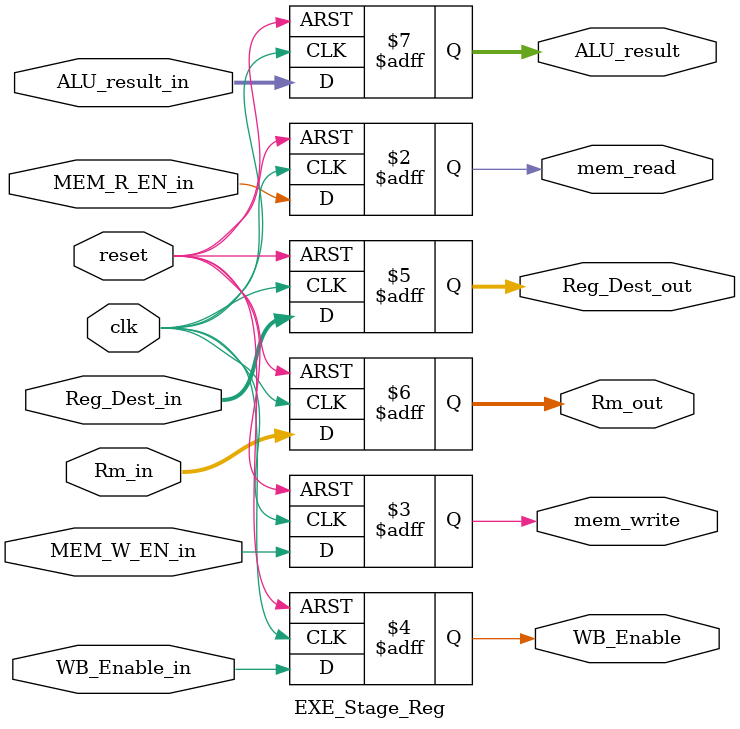
<source format=v>
module EXE_Stage_Reg(
  input clk, reset, MEM_R_EN_in, MEM_W_EN_in, WB_Enable_in,
    input [3 : 0] Reg_Dest_in,
    input [31 : 0] Rm_in, ALU_result_in,
    output reg mem_read, mem_write, WB_Enable,
    output reg [3 : 0] Reg_Dest_out,
    output reg [31 : 0] Rm_out, ALU_result
);

    always @(posedge clk, posedge reset) begin
        if (reset) begin
            mem_write = 1'b0;
            mem_read = 1'b0;
            WB_Enable = 1'b0;
            Reg_Dest_out = 4'b0;
            Rm_out = 32'b0;
            ALU_result = 32'b0;
        end
        else begin
            mem_write = MEM_W_EN_in;
            mem_read = MEM_R_EN_in;
            WB_Enable = WB_Enable_in;
            Reg_Dest_out = Reg_Dest_in;
            Rm_out = Rm_in;
            ALU_result = ALU_result_in;
        end
    end

endmodule




</source>
